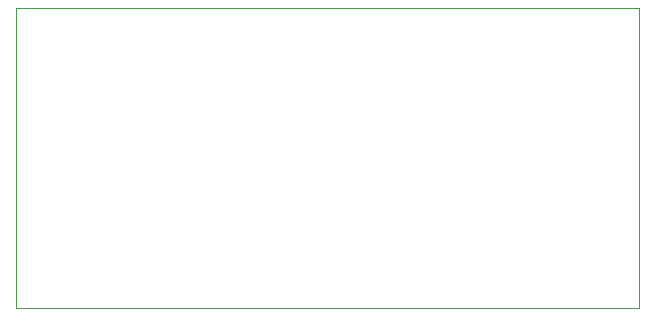
<source format=gbr>
G04 (created by PCBNEW (2013-may-18)-stable) date Wed 29 Apr 2015 02:25:17 AM PDT*
%MOIN*%
G04 Gerber Fmt 3.4, Leading zero omitted, Abs format*
%FSLAX34Y34*%
G01*
G70*
G90*
G04 APERTURE LIST*
%ADD10C,0.00590551*%
%ADD11C,0.00393701*%
G04 APERTURE END LIST*
G54D10*
G54D11*
X19500Y-26500D02*
X40250Y-26500D01*
X19500Y-16500D02*
X19500Y-26500D01*
X40250Y-16500D02*
X19500Y-16500D01*
X40250Y-26500D02*
X40250Y-16500D01*
M02*

</source>
